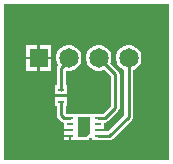
<source format=gbr>
G04*
G04 #@! TF.GenerationSoftware,Altium Limited,Altium Designer,23.3.1 (30)*
G04*
G04 Layer_Physical_Order=1*
G04 Layer_Color=255*
%FSLAX44Y44*%
%MOMM*%
G71*
G04*
G04 #@! TF.SameCoordinates,A5132160-A96E-405E-B0A8-EF484DAADAF8*
G04*
G04*
G04 #@! TF.FilePolarity,Positive*
G04*
G01*
G75*
%ADD12R,0.5500X0.2500*%
%ADD13R,0.4725X0.2725*%
%ADD15C,0.9000*%
%ADD18C,0.2540*%
%ADD19C,1.6500*%
%ADD20R,1.6500X1.6500*%
G36*
X139700Y0D02*
X0D01*
Y132080D01*
X139700D01*
Y0D01*
D02*
G37*
%LPC*%
G36*
X40000Y97390D02*
X30210D01*
Y87600D01*
X40000D01*
Y97390D01*
D02*
G37*
G36*
X28210D02*
X18420D01*
Y87600D01*
X28210D01*
Y97390D01*
D02*
G37*
G36*
X56031D02*
X53190D01*
X50445Y96655D01*
X47985Y95234D01*
X45976Y93225D01*
X44555Y90765D01*
X43820Y88020D01*
Y85180D01*
X44555Y82435D01*
X45481Y80831D01*
X44671Y79619D01*
X44375Y78132D01*
Y63432D01*
X43358D01*
Y55628D01*
X53162D01*
Y63432D01*
X52145D01*
Y75047D01*
X53152Y75820D01*
X53190Y75810D01*
X56031D01*
X58775Y76545D01*
X61235Y77966D01*
X63244Y79975D01*
X64665Y82435D01*
X65400Y85180D01*
Y88020D01*
X64665Y90765D01*
X63244Y93225D01*
X61235Y95234D01*
X58775Y96655D01*
X56031Y97390D01*
D02*
G37*
G36*
X40000Y85600D02*
X30210D01*
Y75810D01*
X40000D01*
Y85600D01*
D02*
G37*
G36*
X28210D02*
X18420D01*
Y75810D01*
X28210D01*
Y85600D01*
D02*
G37*
G36*
X106831Y97390D02*
X103989D01*
X101245Y96655D01*
X98785Y95234D01*
X96776Y93225D01*
X95355Y90765D01*
X94620Y88020D01*
Y85180D01*
X95355Y82435D01*
X96776Y79975D01*
X98785Y77966D01*
X101245Y76545D01*
X101525Y76470D01*
Y38439D01*
X87531Y24445D01*
X84670D01*
Y24560D01*
X79380D01*
Y26560D01*
X84670D01*
Y31675D01*
X85090D01*
X86577Y31971D01*
X87837Y32813D01*
X96727Y41703D01*
X97569Y42963D01*
X97865Y44450D01*
Y72630D01*
X97569Y74117D01*
X96727Y75377D01*
X89920Y82184D01*
X90065Y82435D01*
X90800Y85180D01*
Y88020D01*
X90065Y90765D01*
X88644Y93225D01*
X86635Y95234D01*
X84175Y96655D01*
X81431Y97390D01*
X78590D01*
X75845Y96655D01*
X73385Y95234D01*
X71376Y93225D01*
X69955Y90765D01*
X69220Y88020D01*
Y85180D01*
X69955Y82435D01*
X71376Y79975D01*
X73385Y77966D01*
X75845Y76545D01*
X78590Y75810D01*
X81431D01*
X84175Y76545D01*
X84426Y76690D01*
X90095Y71021D01*
Y46059D01*
X83481Y39445D01*
X79380D01*
X78904Y39350D01*
X74090D01*
X74090Y39350D01*
Y39350D01*
X72820Y39112D01*
X72630Y39150D01*
X62630D01*
X62440Y39112D01*
X61170Y39350D01*
Y39350D01*
X61170Y39350D01*
X56356D01*
X55880Y39445D01*
X52409D01*
X52145Y39709D01*
Y45628D01*
X53162D01*
Y53432D01*
X43358D01*
Y45628D01*
X44375D01*
Y38100D01*
X44671Y36613D01*
X45513Y35353D01*
X48053Y32813D01*
X49313Y31971D01*
X50590Y31717D01*
Y26770D01*
Y26560D01*
X55880D01*
Y24560D01*
X50590D01*
Y21560D01*
X55880D01*
Y20560D01*
X56880D01*
Y16770D01*
X61170D01*
X61170Y16770D01*
Y16770D01*
X62440Y17008D01*
X62630Y16970D01*
X69630D01*
X70621Y17167D01*
X71461Y17729D01*
X72917Y19184D01*
X74090Y18698D01*
Y16770D01*
X78904D01*
X79380Y16675D01*
X89140D01*
X90627Y16971D01*
X91887Y17813D01*
X108157Y34083D01*
X108999Y35343D01*
X109295Y36830D01*
Y76470D01*
X109575Y76545D01*
X112035Y77966D01*
X114044Y79975D01*
X115465Y82435D01*
X116200Y85180D01*
Y88020D01*
X115465Y90765D01*
X114044Y93225D01*
X112035Y95234D01*
X109575Y96655D01*
X106831Y97390D01*
D02*
G37*
G36*
X54880Y19560D02*
X50590D01*
Y16770D01*
X54880D01*
Y19560D01*
D02*
G37*
%LPD*%
G36*
X72630Y22560D02*
X69630Y19560D01*
X62630D01*
Y36560D01*
X72630D01*
Y22560D01*
D02*
G37*
D12*
X55880Y20560D02*
D03*
Y25560D02*
D03*
Y30560D02*
D03*
Y35560D02*
D03*
X79380D02*
D03*
Y30560D02*
D03*
Y25560D02*
D03*
Y20560D02*
D03*
D13*
X48260Y49530D02*
D03*
Y59530D02*
D03*
D15*
X67630Y28060D02*
D03*
D18*
X85090Y35560D02*
X93980Y44450D01*
X79380Y35560D02*
X85090D01*
X80010Y86600D02*
X93980Y72630D01*
Y44450D02*
Y72630D01*
X105410Y36830D02*
Y86600D01*
X79380Y20560D02*
X89140D01*
X105410Y36830D01*
X50800Y35560D02*
X55880D01*
X48260Y38100D02*
X50800Y35560D01*
X54610Y84482D02*
Y86600D01*
X48260Y59530D02*
Y78132D01*
X54610Y84482D01*
X48260Y38100D02*
Y49530D01*
D19*
X105410Y86600D02*
D03*
X80010D02*
D03*
X54610D02*
D03*
D20*
X29210D02*
D03*
M02*

</source>
